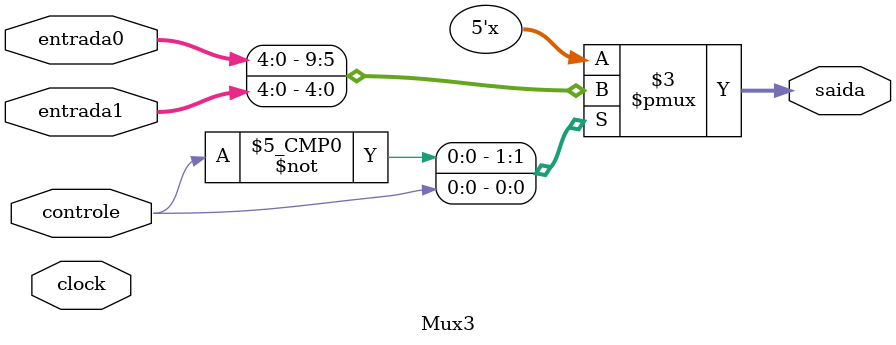
<source format=v>
module Mux3(clock, entrada0, entrada1, controle, saida);
	
	//Iniciando os fio tudo.
	input wire clock;
	input wire [4:0]entrada0;
	input wire [4:0]entrada1;
	input wire controle;
	output reg [4:0]saida;

	parameter selectEntrada0=1'b0;
	parameter selectEntrada1=1'b1;
	
	//Setando estado inicial para todos os fios.
	initial begin
		saida <= 5'b00000;
	end

	always@(*) begin
		case (controle)
			selectEntrada0: begin
				saida <= entrada0;
			end

			selectEntrada1: begin
				saida <= entrada1;
			end
			
		endcase
	end
endmodule 
</source>
